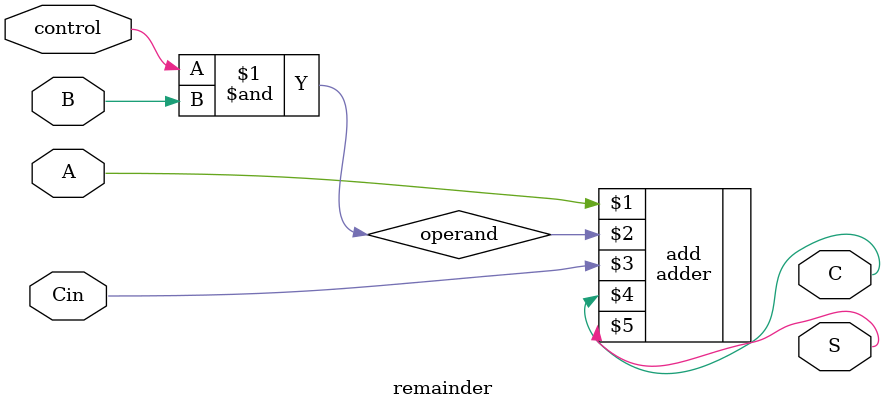
<source format=v>
module remainder(control, A, B, Cin, C, S);
input A, B, Cin, control;
output C, S;

wire operand = control & B;
adder add(A, operand, Cin, C, S);
endmodule

</source>
